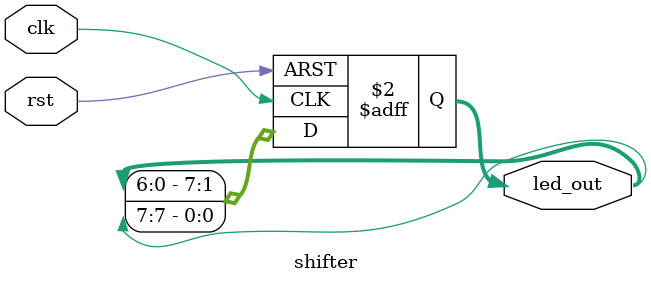
<source format=v>
`timescale 1ns / 1ps


module shifter(
        input rst,
        input clk,
        output reg [7:0] led_out
    );

    always @(posedge clk or posedge rst) begin
        if (rst) begin
            led_out <= 8'b0000_0001;
        end else begin
            led_out <= {led_out[6:0], led_out[7]};
        end
    end

endmodule

</source>
